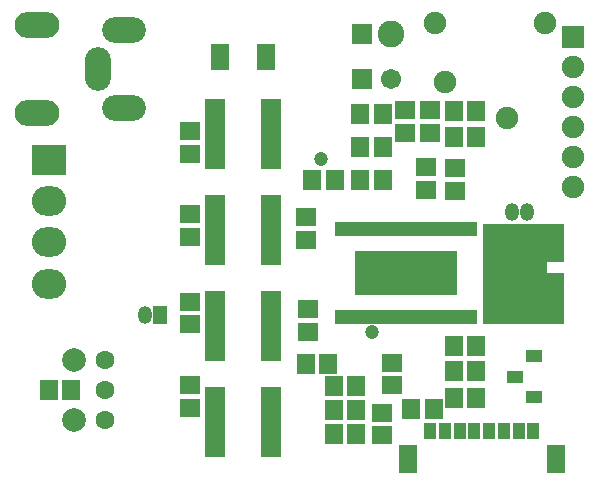
<source format=gbr>
G04 DipTrace 3.3.1.3*
G04 BottomMask.gbr*
%MOIN*%
G04 #@! TF.FileFunction,Soldermask,Bot*
G04 #@! TF.Part,Single*
%ADD51C,0.08905*%
%ADD88C,0.047402*%
%ADD94C,0.078898*%
%ADD96C,0.06315*%
%ADD104R,0.342677X0.145827*%
%ADD106R,0.019252X0.047402*%
%ADD110R,0.057244X0.043465*%
%ADD120R,0.071024X0.232441*%
%ADD122O,0.047402X0.059213*%
%ADD124R,0.047402X0.059213*%
%ADD126R,0.059213X0.092677*%
%ADD128R,0.039528X0.055276*%
%ADD130O,0.114331X0.098583*%
%ADD132R,0.114331X0.098583*%
%ADD134C,0.067402*%
%ADD136R,0.067402X0.067402*%
%ADD138R,0.074961X0.074961*%
%ADD140C,0.074961*%
%ADD142O,0.149764X0.086772*%
%ADD144O,0.086772X0.145827*%
%ADD146O,0.145827X0.086772*%
%ADD150R,0.06315X0.090709*%
%ADD154R,0.059213X0.067087*%
%ADD156R,0.067087X0.059213*%
%FSLAX26Y26*%
G04*
G70*
G90*
G75*
G01*
G04 BotMask*
%LPD*%
D88*
X1463724Y1457008D3*
X1633016Y878268D3*
D156*
X1743252Y1543622D3*
Y1618425D3*
D154*
X1593337Y1386375D3*
X1668140D3*
X1580388Y699046D3*
X1505585D3*
X1593133Y1495640D3*
X1667936D3*
X1593133Y1604215D3*
X1667936D3*
X1580388Y618720D3*
X1505585D3*
X1580184Y538395D3*
X1505381D3*
X1979472Y748346D3*
X1904669D3*
D156*
X1908606Y1425512D3*
Y1350709D3*
D154*
X1979983Y660366D3*
X1905180D3*
X1762937Y622362D3*
X1837740D3*
D156*
X1812596Y1352808D3*
Y1427612D3*
D154*
X1979472Y1527874D3*
X1904669D3*
X1904975Y831243D3*
X1979778D3*
D156*
X1413487Y1261362D3*
Y1186559D3*
X1699945Y701102D3*
Y775906D3*
X1664512Y535748D3*
Y610551D3*
D154*
X1433862Y1386375D3*
X1508665D3*
D156*
X1419738Y880277D3*
Y955080D3*
D154*
X1411864Y773811D3*
X1486667D3*
D156*
X1026717Y905827D3*
Y980630D3*
Y626299D3*
Y701102D3*
Y1547559D3*
Y1472756D3*
Y1271969D3*
Y1197165D3*
D154*
X629079Y685354D3*
X554276D3*
D150*
X1278685Y1795591D3*
X1125147D3*
D146*
X806244Y1626299D3*
D144*
X719630Y1756220D3*
D146*
X806244Y1886142D3*
D142*
X514906Y1901890D3*
Y1610551D3*
D140*
X2207819Y1909764D3*
X2081835Y1590866D3*
X1877110Y1712913D3*
X1841677Y1909764D3*
D138*
X2302307Y1862520D3*
D140*
Y1762520D3*
Y1662520D3*
Y1562520D3*
Y1462520D3*
Y1362520D3*
D136*
X1597585Y1721969D3*
D134*
X1696005D3*
D132*
X554276Y1453071D3*
D130*
Y1315276D3*
Y1177480D3*
Y1039685D3*
D128*
X1825929Y547559D3*
X1875142D3*
D126*
X2245220Y457205D3*
X1751126D3*
D128*
X1924354Y547559D3*
X2022780D3*
X1973567D3*
X2121205D3*
X2071992D3*
X2170417D3*
D124*
X925732Y935945D3*
D122*
X875732D3*
X2098764Y1279843D3*
X2148764D3*
D136*
X1597585Y1872362D3*
D51*
X1696005D3*
D120*
X1294433Y899168D3*
X1109394D3*
X1294433Y579055D3*
X1109394D3*
X1294433Y1539395D3*
X1109394D3*
X1294433Y1219282D3*
X1109394D3*
D156*
X1825929Y1543622D3*
Y1618425D3*
D154*
X1979472Y1614488D3*
X1904669D3*
D110*
X2172386Y799528D3*
Y661732D3*
X2109394Y730631D3*
D106*
X1518125Y1223858D3*
X1537810D3*
X1557495D3*
X1577180D3*
X1596865D3*
X1616550D3*
X1636235D3*
X1655920D3*
X1675605D3*
X1695290D3*
X1714975D3*
X1734660D3*
X1754345D3*
X1774030D3*
X1793715D3*
X1813400D3*
X1833085D3*
X1852770D3*
X1872455D3*
X1892140D3*
X1911825D3*
X1931510D3*
X1951196D3*
X1970881D3*
Y928583D3*
X1951196D3*
X1931510D3*
X1911825D3*
X1892140D3*
X1872455D3*
X1852770D3*
X1833085D3*
X1813400D3*
X1793715D3*
X1774030D3*
X1754345D3*
X1734660D3*
X1714975D3*
X1695290D3*
X1675605D3*
X1655920D3*
X1636235D3*
X1616550D3*
X1596865D3*
X1577180D3*
X1557495D3*
X1537810D3*
X1518125D3*
D104*
X1744503Y1076220D3*
D96*
X741283Y586929D3*
Y686929D3*
Y786929D3*
D94*
X638134Y586929D3*
Y786929D3*
G36*
X2003094Y1238504D2*
X2271795D1*
Y1112520D1*
X2215693D1*
Y1077087D1*
X2271795D1*
Y905827D1*
X2003094D1*
D1*
Y1238504D1*
G37*
M02*

</source>
